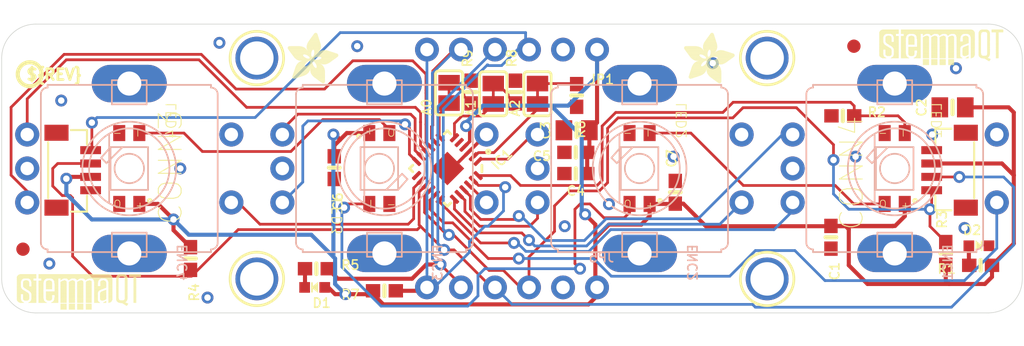
<source format=kicad_pcb>
(kicad_pcb (version 20221018) (generator pcbnew)
  (layers (0 "F.Cu" signal) (31 "B.Cu" signal) (34 "B.Paste" user) (35 "F.Paste" user) (36 "B.SilkS" user "B.Silkscreen") (37 "F.SilkS" user "F.Silkscreen") (38 "B.Mask" user) (39 "F.Mask" user) (44 "Edge.Cuts" user))
  (net 0 "")
  (net 1 "GND")
  (net 2 "NEO_IN")
  (net 3 "SDA")
  (net 4 "SCL")
  (net 5 "INT")
  (net 6 "VCC")
  (net 7 "N$1")
  (net 8 "N$2")
  (net 9 "N$3")
  (net 10 "N$4")
  (net 11 "UPDI")
  (net 12 "ROT3_A")
  (net 13 "ROT3_B")
  (net 14 "ROT2_A")
  (net 15 "ROT2_B")
  (net 16 "ROT2_SW")
  (net 17 "ROT1_A")
  (net 18 "ROT1_B")
  (net 19 "ROT1_SW")
  (net 20 "ROT0_A")
  (net 21 "ROT0_B")
  (net 22 "ROT0_SW")
  (net 23 "ADDR2")
  (net 24 "ADDR1")
  (net 25 "ADDR0")
  (net 26 "ROT3_SW")
  (net 27 "N$5")
  (net 28 "N$6")
  (net 29 "N$7")
  (net 30 "N$8")
  (footprint "Adafruit I2C Quad Rotary Encoder Breakout:0603-NO" (layer "F.Cu") (at 180.8861 111.3536 90)
    (fp_text reference "R3")
    (fp_text value "10K")
  )
  (footprint "Adafruit I2C Quad Rotary Encoder Breakout:PLABEL9" (layer "F.Cu") (at 157.3911 96.1136)
    (fp_text reference "PLABEL9" hide)
    (fp_text value "" hide)
  )
  (footprint "Adafruit I2C Quad Rotary Encoder Breakout:0603-NO" (layer "F.Cu") (at 124.4981 111.7346 -90)
    (fp_text reference "R4")
    (fp_text value "10K")
  )
  (footprint "Adafruit I2C Quad Rotary Encoder Breakout:PLABEL10" (layer "F.Cu") (at 148.6281 97.1931 90)
    (fp_text reference "PLABEL10" hide)
    (fp_text value "" hide)
  )
  (footprint "Adafruit I2C Quad Rotary Encoder Breakout:0805-NO" (layer "F.Cu") (at 153.3271 102.1461 180)
    (fp_text reference "C3")
    (fp_text value "10uF")
  )
  (footprint "Adafruit I2C Quad Rotary Encoder Breakout:0603-NO" (layer "F.Cu") (at 172.3136 110.1471 -90)
    (fp_text reference "C1")
    (fp_text value "1uF")
  )
  (footprint "Adafruit I2C Quad Rotary Encoder Breakout:PLABEL14" (layer "F.Cu") (at 148.1836 101.9556 90)
    (fp_text reference "PLABEL14" hide)
    (fp_text value "" hide)
  )
  (footprint "Adafruit I2C Quad Rotary Encoder Breakout:0603-NO" (layer "F.Cu") (at 173.2026 101.0666)
    (fp_text reference "R2")
    (fp_text value "10K")
  )
  (footprint "Adafruit I2C Quad Rotary Encoder Breakout:0603-NO" (layer "F.Cu") (at 148.7551 99.2886 90)
    (fp_text reference "R8")
    (fp_text value "10K")
  )
  (footprint "Adafruit I2C Quad Rotary Encoder Breakout:PLABEL15" (layer "F.Cu") (at 142.0241 100.3681 90)
    (fp_text reference "PLABEL15" hide)
    (fp_text value "" hide)
  )
  (footprint "Adafruit I2C Quad Rotary Encoder Breakout:QFN24_4MM" (layer "F.Cu") (at 143.6751 105.0036 -135)
    (fp_text reference "IC1")
    (fp_text value "ATTINY8X7-MU")
  )
  (footprint "Adafruit I2C Quad Rotary Encoder Breakout:PLABEL3" (layer "F.Cu") (at 147.1041 112.2426 90)
    (fp_text reference "PLABEL3" hide)
    (fp_text value "" hide)
  )
  (footprint "Adafruit I2C Quad Rotary Encoder Breakout:PLABEL1" (layer "F.Cu") (at 152.3746 112.3696)
    (fp_text reference "PLABEL1" hide)
    (fp_text value "" hide)
  )
  (footprint "Adafruit I2C Quad Rotary Encoder Breakout:0805-NO" (layer "F.Cu") (at 181.3941 100.4316 180)
    (fp_text reference "C2")
    (fp_text value "10uF")
  )
  (footprint "Adafruit I2C Quad Rotary Encoder Breakout:SOLDERJUMPER_CLOSEDWIRE" (layer "F.Cu") (at 150.4061 99.4156 90)
    (fp_text reference "A2")
    (fp_text value "")
  )
  (footprint "Adafruit I2C Quad Rotary Encoder Breakout:MOUNTINGHOLE_2.5_PLATED" (layer "F.Cu") (at 167.5511 96.7486)
    (fp_text reference "U$3" hide)
    (fp_text value "MOUNTINGHOLE2.5" hide)
  )
  (footprint "Adafruit I2C Quad Rotary Encoder Breakout:PLABEL6" (layer "F.Cu") (at 119.1006 95.6056)
    (fp_text reference "PLABEL6" hide)
    (fp_text value "" hide)
  )
  (footprint "Adafruit I2C Quad Rotary Encoder Breakout:PLABEL12" (layer "F.Cu") (at 143.6751 97.1296 90)
    (fp_text reference "PLABEL12" hide)
    (fp_text value "" hide)
  )
  (footprint "Adafruit I2C Quad Rotary Encoder Breakout:JST_SH4_RA" (layer "F.Cu") (at 116.1161 105.1306 -90)
    (fp_text reference "CONN3")
    (fp_text value "STEMMA_I2C_QTRA" hide)
  )
  (footprint "Adafruit I2C Quad Rotary Encoder Breakout:FIDUCIAL_1MM" (layer "F.Cu") (at 174.0281 95.8596)
    (fp_text reference "FID1" hide)
    (fp_text value "FIDUCIAL_1MM" hide)
  )
  (footprint "Adafruit I2C Quad Rotary Encoder Breakout:MOUNTINGHOLE_2.5_PLATED" (layer "F.Cu") (at 129.4511 96.7486)
    (fp_text reference "U$17" hide)
    (fp_text value "MOUNTINGHOLE2.5" hide)
  )
  (footprint "Adafruit I2C Quad Rotary Encoder Breakout:PLABEL8" (layer "F.Cu") (at 152.4381 97.4471)
    (fp_text reference "PLABEL8" hide)
    (fp_text value "" hide)
  )
  (footprint "Adafruit I2C Quad Rotary Encoder Breakout:SOLDERJUMPER_CLOSEDWIRE" (layer "F.Cu") (at 147.1041 99.4156 90)
    (fp_text reference "A1")
    (fp_text value "")
  )
  (footprint "Adafruit I2C Quad Rotary Encoder Breakout:MOUNTINGHOLE_2.5_PLATED" (layer "F.Cu") (at 167.5511 113.2586)
    (fp_text reference "U$19" hide)
    (fp_text value "MOUNTINGHOLE2.5" hide)
  )
  (footprint "Adafruit I2C Quad Rotary Encoder Breakout:0603-NO" (layer "F.Cu") (at 183.4896 112.2426 180)
    (fp_text reference "R1")
    (fp_text value "10K")
  )
  (footprint "Adafruit I2C Quad Rotary Encoder Breakout:0603-NO" (layer "F.Cu") (at 153.3271 99.5426 -90)
    (fp_text reference "R6")
    (fp_text value "10K")
  )
  (footprint "Adafruit I2C Quad Rotary Encoder Breakout:PLABEL13" (layer "F.Cu") (at 152.1206 99.2886 90)
    (fp_text reference "PLABEL13" hide)
    (fp_text value "" hide)
  )
  (footprint "Adafruit I2C Quad Rotary Encoder Breakout:MOUNTINGHOLE_2.5_PLATED" (layer "F.Cu") (at 129.4511 113.2586)
    (fp_text reference "U$21" hide)
    (fp_text value "MOUNTINGHOLE2.5" hide)
  )
  (footprint "Adafruit I2C Quad Rotary Encoder Breakout:0603-NO" (layer "F.Cu") (at 153.2636 103.7971 180)
    (fp_text reference "C5")
    (fp_text value "1uF")
  )
  (footprint "Adafruit I2C Quad Rotary Encoder Breakout:ADAFRUIT_3.5MM" (layer "F.Cu") (at 131.7371 98.6536)
    (fp_text reference "U$2" hide)
    (fp_text value "" hide)
  )
  (footprint "Adafruit I2C Quad Rotary Encoder Breakout:0603-NO" (layer "F.Cu") (at 135.2296 104.9401 -90)
    (fp_text reference "C6")
    (fp_text value "1uF")
  )
  (footprint "Adafruit I2C Quad Rotary Encoder Breakout:SOLDERJUMPER_CLOSEDWIRE" (layer "F.Cu") (at 143.8021 99.3521 90)
    (fp_text reference "A0")
    (fp_text value "")
  )
  (footprint "Adafruit I2C Quad Rotary Encoder Breakout:PLABEL11" (layer "F.Cu") (at 146.0881 97.1296 90)
    (fp_text reference "PLABEL11" hide)
    (fp_text value "" hide)
  )
  (footprint "Adafruit I2C Quad Rotary Encoder Breakout:STEMMAQT" (layer "F.Cu") (at 111.5441 115.5446)
    (fp_text reference "U$30" hide)
    (fp_text value "" hide)
  )
  (footprint "Adafruit I2C Quad Rotary Encoder Breakout:PLABEL7" (layer "F.Cu") (at 119.1006 100.6856)
    (fp_text reference "PLABEL7" hide)
    (fp_text value "" hide)
  )
  (footprint "Adafruit I2C Quad Rotary Encoder Breakout:STEMMAQT" (layer "F.Cu") (at 175.9331 97.2566)
    (fp_text reference "U$31" hide)
    (fp_text value "" hide)
  )
  (footprint "Adafruit I2C Quad Rotary Encoder Breakout:PLABEL5" (layer "F.Cu") (at 182.5371 114.0206)
    (fp_text reference "PLABEL5" hide)
    (fp_text value "" hide)
  )
  (footprint "Adafruit I2C Quad Rotary Encoder Breakout:1X06_ROUND_70" (layer "F.Cu") (at 148.5011 96.1136 180)
    (fp_text reference "JP1")
    (fp_text value "")
  )
  (footprint "Adafruit I2C Quad Rotary Encoder Breakout:0603-NO" (layer "F.Cu") (at 160.6931 106.7816 90)
    (fp_text reference "C7")
    (fp_text value "1uF")
  )
  (footprint "Adafruit I2C Quad Rotary Encoder Breakout:0603-NO" (layer "F.Cu") (at 153.2636 105.3846 180)
    (fp_text reference "C4")
    (fp_text value "0.1uF")
  )
  (footprint "Adafruit I2C Quad Rotary Encoder Breakout:PLABEL4" (layer "F.Cu") (at 144.8181 112.3061)
    (fp_text reference "PLABEL4" hide)
    (fp_text value "" hide)
  )
  (footprint "Adafruit I2C Quad Rotary Encoder Breakout:PLABEL2" (layer "F.Cu") (at 149.7711 112.2426 90)
    (fp_text reference "PLABEL2" hide)
    (fp_text value "" hide)
  )
  (footprint "Adafruit I2C Quad Rotary Encoder Breakout:PLABEL0" (layer "F.Cu") (at 154.5971 111.6076 90)
    (fp_text reference "PLABEL0" hide)
    (fp_text value "" hide)
  )
  (footprint "Adafruit I2C Quad Rotary Encoder Breakout:FIDUCIAL_1MM" (layer "F.Cu") (at 111.9886 111.0361)
    (fp_text reference "FID2" hide)
    (fp_text value "FIDUCIAL_1MM" hide)
  )
  (footprint "Adafruit I2C Quad Rotary Encoder Breakout:JST_SH4_RA" (layer "F.Cu") (at 180.7591 105.1306 90)
    (fp_text reference "CONN4")
    (fp_text value "STEMMA_I2C_QTRA" hide)
  )
  (footprint "Adafruit I2C Quad Rotary Encoder Breakout:CHIPLED_0603_NOOUTLINE" (layer "F.Cu") (at 183.3626 110.7821 -90)
    (fp_text reference "D2")
    (fp_text value "GREEN")
  )
  (footprint "Adafruit I2C Quad Rotary Encoder Breakout:PCBFEAT-REV-040" (layer "F.Cu") (at 112.4966 97.9551)
    (fp_text reference "U$25" hide)
    (fp_text value "" hide)
  )
  (footprint "Adafruit I2C Quad Rotary Encoder Breakout:ADAFRUIT_3.5MM" (layer "F.Cu") (at 161.3281 98.6536)
    (fp_text reference "U$9" hide)
    (fp_text value "" hide)
  )
  (footprint "Adafruit I2C Quad Rotary Encoder Breakout:CHIPLED_0603_NOOUTLINE" (layer "F.Cu") (at 133.7691 113.8936 90)
    (fp_text reference "D1")
    (fp_text value "RED")
  )
  (footprint "Adafruit I2C Quad Rotary Encoder Breakout:0603-NO" (layer "F.Cu") (at 133.8961 112.4966)
    (fp_text reference "R5")
    (fp_text value "10K")
  )
  (footprint "Adafruit I2C Quad Rotary Encoder Breakout:PLABEL16" (layer "F.Cu") (at 134.0231 114.9731)
    (fp_text reference "PLABEL16" hide)
    (fp_text value "" hide)
  )
  (footprint "Adafruit I2C Quad Rotary Encoder Breakout:0603-NO" (layer "F.Cu") (at 145.4531 99.2886 90)
    (fp_text reference "R9")
    (fp_text value "10K")
  )
  (footprint "Adafruit I2C Quad Rotary Encoder Breakout:0603-NO" (layer "F.Cu") (at 138.9761 114.1476 180)
    (fp_text reference "R7")
    (fp_text value "10K")
  )
  (footprint "Adafruit I2C Quad Rotary Encoder Breakout:PLABEL23" (layer "B.Cu") (at 152.1206 112.3696 180)
    (fp_text reference "PLABEL23" hide)
    (fp_text value "" hide)
  )
  (footprint "Adafruit I2C Quad Rotary Encoder Breakout:PLABEL22" (layer "B.Cu") (at 154.0891 112.3696 180)
    (fp_text reference "PLABEL22" hide)
    (fp_text value "" hide)
  )
  (footprint "Adafruit I2C Quad Rotary Encoder Breakout:PLABEL30" (layer "B.Cu") (at 119.7991 114.1476 180)
    (fp_text reference "PLABEL30" hide)
    (fp_text value "" hide)
  )
  (footprint "Adafruit I2C Quad Rotary Encoder Breakout:PLABEL29" (layer "B.Cu") (at 138.8491 114.0206 180)
    (fp_text reference "PLABEL29" hide)
    (fp_text value "" hide)
  )
  (footprint "Adafruit I2C Quad Rotary Encoder Breakout:PLABEL20" (layer "B.Cu") (at 146.9771 97.6376 180)
    (fp_text reference "PLABEL20" hide)
    (fp_text value "" hide)
  )
  (footprint "Adafruit I2C Quad Rotary Encoder Breakout:PEC11+SWITCH" (layer "B.Cu") (at 158.0261 105.0036 90)
    (fp_text reference "ENC2")
    (fp_text value "")
  )
  (footprint "Adafruit I2C Quad Rotary Encoder Breakout:PLABEL17" (layer "B.Cu") (at 154.2161 97.7646 180)
    (fp_text reference "PLABEL17" hide)
    (fp_text value "" hide)
  )
  (footprint "Adafruit I2C Quad Rotary Encoder Breakout:PLABEL24" (layer "B.Cu") (at 149.7711 112.2426 90)
    (fp_text reference "PLABEL24" hide)
    (fp_text value "" hide)
  )
  (footprint "Adafruit I2C Quad Rotary Encoder Breakout:PLABEL25" (layer "B.Cu") (at 147.3581 112.2426 90)
    (fp_text reference "PLABEL25" hide)
    (fp_text value "" hide)
  )
  (footprint "Adafruit I2C Quad Rotary Encoder Breakout:PLABEL31" (layer "B.Cu") (at 176.8221 95.7326 180)
    (fp_text reference "PLABEL31" hide)
    (fp_text value "" hide)
  )
  (footprint "Adafruit I2C Quad Rotary Encoder Breakout:NEO3535_REVERSE" (layer "B.Cu") (at 138.5951 105.0036 90)
    (fp_text reference "LED3")
    (fp_text value "WS2812B_SK6812E" hide)
  )
  (footprint "Adafruit I2C Quad Rotary Encoder Breakout:NEO3535_REVERSE" (layer "B.Cu") (at 177.0761 105.0036 -90)
    (fp_text reference "LED1")
    (fp_text value "WS2812B_SK6812E" hide)
  )
  (footprint "Adafruit I2C Quad Rotary Encoder Breakout:NEO3535_REVERSE" (layer "B.Cu") (at 158.0261 105.0036 -90)
    (fp_text reference "LED2")
    (fp_text value "WS2812B_SK6812E" hide)
  )
  (footprint "Adafruit I2C Quad Rotary Encoder Breakout:PEC11+SWITCH" (layer "B.Cu") (at 138.9761 105.0036 90)
    (fp_text reference "ENC3")
    (fp_text value "")
  )
  (footprint "Adafruit I2C Quad Rotary Encoder Breakout:PLABEL19" (layer "B.Cu") (at 149.6441 97.7646 180)
    (fp_text reference "PLABEL19" hide)
    (fp_text value "" hide)
  )
  (footprint "Adafruit I2C Quad Rotary Encoder Breakout:PLABEL32" (layer "B.Cu") (at 119.4181 95.9866 180)
    (fp_text reference "PLABEL32" hide)
    (fp_text value "" hide)
  )
  (footprint "Adafruit I2C Quad Rotary Encoder Breakout:NEO3535_REVERSE" (layer "B.Cu") (at 119.9261 105.0036 -90)
    (fp_text reference "LED4")
    (fp_text value "WS2812B_SK6812E" hide)
  )
  (footprint "Adafruit I2C Quad Rotary Encoder Breakout:PLABEL26" (layer "B.Cu") (at 144.5641 112.3061 180)
    (fp_text reference "PLABEL26" hide)
    (fp_text value "" hide)
  )
  (footprint "Adafruit I2C Quad Rotary Encoder Breakout:PLABEL21" (layer "B.Cu") (at 144.3101 97.7011 180)
    (fp_text reference "PLABEL21" hide)
    (fp_text value "" hide)
  )
  (footprint "Adafruit I2C Quad Rotary Encoder Breakout:PLABEL27" (layer "B.Cu") (at 176.9491 114.1476 180)
    (fp_text reference "PLABEL27" hide)
    (fp_text value "" hide)
  )
  (footprint "Adafruit I2C Quad Rotary Encoder Breakout:1X06_ROUND_70" (layer "B.Cu") (at 148.5011 113.8936 180)
    (fp_text reference "JP5")
    (fp_text value "")
  )
  (footprint "Adafruit I2C Quad Rotary Encoder Breakout:PEC11+SWITCH" (layer "B.Cu") (at 177.0761 105.0036 90)
    (fp_text reference "ENC1")
    (fp_text value "")
  )
  (footprint "Adafruit I2C Quad Rotary Encoder Breakout:PLABEL28" (layer "B.Cu") (at 158.0261 114.1476 180)
    (fp_text reference "PLABEL28" hide)
    (fp_text value "" hide)
  )
  (footprint "Adafruit I2C Quad Rotary Encoder Breakout:PLABEL18" (layer "B.Cu") (at 152.2476 97.6376 180)
    (fp_text reference "PLABEL18" hide)
    (fp_text value "" hide)
  )
  (footprint "Adafruit I2C Quad Rotary Encoder Breakout:PEC11+SWITCH" (layer "B.Cu") (at 119.9261 105.0036 90)
    (fp_text reference "ENC4")
    (fp_text value "")
  )
  (gr_line (start 186.6011 96.7486) (end 186.6011 113.2586) (stroke (width 0.05)) (layer "Edge.Cuts"))
  (gr_arc (start 112.9411 115.7986) (mid 111.145049 115.054651) (end 110.4011 113.2586) (stroke (width 0.05)) (layer "Edge.Cuts"))
  (gr_line (start 110.4011 113.2586) (end 110.4011 96.7486) (stroke (width 0.05)) (layer "Edge.Cuts"))
  (gr_arc (start 186.6011 113.2586) (mid 185.857151 115.054651) (end 184.0611 115.7986) (stroke (width 0.05)) (layer "Edge.Cuts"))
  (gr_arc (start 110.4011 96.7486) (mid 111.145049 94.952549) (end 112.9411 94.2086) (stroke (width 0.05)) (layer "Edge.Cuts"))
  (gr_line (start 184.0611 115.7986) (end 112.9411 115.7986) (stroke (width 0.05)) (layer "Edge.Cuts"))
  (gr_arc (start 184.0611 94.2086) (mid 185.857151 94.952549) (end 186.6011 96.7486) (stroke (width 0.05)) (layer "Edge.Cuts"))
  (gr_line (start 112.9411 94.2086) (end 184.0611 94.2086) (stroke (width 0.05)) (layer "Edge.Cuts"))
  (segment (start 144.028657 105.0036) (end 143.6751 105.0036) (width 0.3048) (layer "F.Cu") (net 1))
  (segment (start 145.266091 103.766166) (end 144.028657 105.0036) (width 0.254) (layer "F.Cu") (net 1))
  (segment (start 146.568657 102.4636) (end 146.5961 102.4636) (width 0.3048) (layer "F.Cu") (net 1))
  (segment (start 145.266091 103.766166) (end 146.568657 102.4636) (width 0.254) (layer "F.Cu") (net 1))
  (via (at 136.9441 95.8596) (size 0.889) (drill 0.4826) (layers "F.Cu" "B.Cu") (net 1))
  (via (at 113.9571 112.1156) (size 0.889) (drill 0.4826) (layers "F.Cu" "B.Cu") (net 1))
  (via (at 163.4871 97.1296) (size 0.889) (drill 0.4826) (layers "F.Cu" "B.Cu") (net 1))
  (via (at 160.5661 104.1146) (size 0.889) (drill 0.4826) (layers "F.Cu" "B.Cu") (net 1))
  (via (at 114.8461 99.9236) (size 0.889) (drill 0.4826) (layers "F.Cu" "B.Cu") (net 1))
  (via (at 155.7401 107.6706) (size 0.889) (drill 0.4826) (layers "F.Cu" "B.Cu") (net 1))
  (via (at 182.2831 109.4486) (size 0.889) (drill 0.4826) (layers "F.Cu" "B.Cu") (net 1))
  (via (at 152.4381 109.3216) (size 0.889) (drill 0.4826) (layers "F.Cu" "B.Cu") (net 1))
  (via (at 125.7681 114.6556) (size 0.889) (drill 0.4826) (layers "F.Cu" "B.Cu") (net 1))
  (via (at 123.7361 105.0036) (size 0.889) (drill 0.4826) (layers "F.Cu" "B.Cu") (net 1))
  (via (at 126.6571 95.6056) (size 0.889) (drill 0.4826) (layers "F.Cu" "B.Cu") (net 1))
  (via (at 181.6481 97.5106) (size 0.889) (drill 0.4826) (layers "F.Cu" "B.Cu") (net 1))
  (via (at 174.1551 104.1146) (size 0.889) (drill 0.4826) (layers "F.Cu" "B.Cu") (net 1))
  (via (at 179.8701 102.4636) (size 0.889) (drill 0.4826) (layers "F.Cu" "B.Cu") (net 1))
  (segment (start 145.9732 105.533928) (end 148.396429 105.533928) (width 0.2032) (layer "F.Cu") (net 2))
  (segment (start 156.2481 100.8126) (end 164.2491 100.8126) (width 0.2032) (layer "F.Cu") (net 2))
  (segment (start 177.8261 101.5626) (end 177.8261 102.3536) (width 0.2032) (layer "F.Cu") (net 2))
  (segment (start 154.8511 106.2736) (end 155.2321 105.8926) (width 0.2032) (layer "F.Cu") (net 2))
  (segment (start 177.3301 101.0666) (end 174.0526 101.0666) (width 0.2032) (layer "F.Cu") (net 2))
  (segment (start 155.2321 101.8286) (end 156.2481 100.8126) (width 0.2032) (layer "F.Cu") (net 2))
  (segment (start 148.396429 105.533928) (end 149.1361 106.2736) (width 0.2032) (layer "F.Cu") (net 2))
  (segment (start 173.7741 100.0506) (end 174.0526 100.3291) (width 0.2032) (layer "F.Cu") (net 2))
  (segment (start 149.1361 106.2736) (end 154.8511 106.2736) (width 0.2032) (layer "F.Cu") (net 2))
  (segment (start 174.0526 100.3291) (end 174.0526 101.0666) (width 0.2032) (layer "F.Cu") (net 2))
  (segment (start 155.2321 105.8926) (end 155.2321 101.8286) (width 0.2032) (layer "F.Cu") (net 2))
  (segment (start 164.2491 100.8126) (end 165.0111 100.0506) (width 0.2032) (layer "F.Cu") (net 2))
  (segment (start 177.8261 101.5626) (end 177.3301 101.0666) (width 0.2032) (layer "F.Cu") (net 2))
  (segment (start 165.0111 100.0506) (end 173.7741 100.0506) (width 0.2032) (layer "F.Cu") (net 2))
  (segment (start 147.2311 113.8936) (end 146.9771 113.8936) (width 0.2032) (layer "F.Cu") (net 3))
  (segment (start 141.5669 106.758246) (end 141.5669 109.222337) (width 0.2032) (layer "F.Cu") (net 3))
  (segment (start 114.2111 106.317275) (end 114.919625 107.0258) (width 0.2032) (layer "F.Cu") (net 3))
  (segment (start 179.8431 105.6386) (end 179.8351 105.6306) (width 0.2032) (layer "F.Cu") (net 3))
  (segment (start 141.430438 109.5756) (end 141.6753 109.330737) (width 0.2032) (layer "F.Cu") (net 3))
  (segment (start 124.4981 112.5846) (end 124.4981 113.0584) (width 0.2032) (layer "F.Cu") (net 3))
  (segment (start 115.6967 107.20435) (end 115.6967 111.5692) (width 0.2032) (layer "F.Cu") (net 3))
  (segment (start 143.4338 111.089237) (end 144.172738 111.089237) (width 0.2032) (layer "F.Cu") (net 3))
  (segment (start 181.9021 105.6386) (end 179.8431 105.6386) (width 0.2032) (layer "F.Cu") (net 3))
  (segment (start 128.0541 109.5756) (end 141.430438 109.5756) (width 0.2032) (layer "F.Cu") (net 3))
  (segment (start 114.5841 104.6306) (end 114.2111 105.0036) (width 0.2032) (layer "F.Cu") (net 3))
  (segment (start 141.6753 109.330737) (end 143.4338 111.089237) (width 0.2032) (layer "F.Cu") (net 3))
  (segment (start 117.0401 104.6306) (end 114.5841 104.6306) (width 0.2032) (layer "F.Cu") (net 3))
  (segment (start 142.084113 106.241034) (end 141.5669 106.758246) (width 0.2032) (layer "F.Cu") (net 3))
  (segment (start 141.5669 109.222337) (end 141.6753 109.330737) (width 0.2032) (layer "F.Cu") (net 3))
  (segment (start 117.1859 113.0584) (end 124.4981 113.0584) (width 0.2032) (layer "F.Cu") (net 3))
  (segment (start 124.5713 113.0584) (end 128.0541 109.5756) (width 0.2032) (layer "F.Cu") (net 3))
  (segment (start 124.4981 113.0584) (end 124.5713 113.0584) (width 0.2032) (layer "F.Cu") (net 3))
  (segment (start 114.2111 105.0036) (end 114.2111 106.317275) (width 0.2032) (layer "F.Cu") (net 3))
  (segment (start 146.9771 113.8936) (end 144.172738 111.089237) (width 0.2032) (layer "F.Cu") (net 3))
  (segment (start 115.51815 107.0258) (end 115.6967 107.20435) (width 0.2032) (layer "F.Cu") (net 3))
  (segment (start 114.919625 107.0258) (end 115.51815 107.0258) (width 0.2032) (layer "F.Cu") (net 3))
  (segment (start 115.6967 111.5692) (end 117.1859 113.0584) (width 0.2032) (layer "F.Cu") (net 3))
  (via (at 143.4338 111.089237) (size 0.889) (drill 0.4826) (layers "F.Cu" "B.Cu") (net 3))
  (via (at 181.9021 105.6386) (size 0.889) (drill 0.4826) (layers "F.Cu" "B.Cu") (net 3))
  (segment (start 147.2311 96.1136) (end 142.9639 100.3808) (width 0.2032) (layer "B.Cu") (net 3))
  (segment (start 166.673956 115.3762) (end 181.3085 115.3762) (width 0.2032) (layer "B.Cu") (net 3))
  (segment (start 181.3085 115.3762) (end 185.9661 110.7186) (width 0.2032) (layer "B.Cu") (net 3))
  (segment (start 142.9639 100.3808) (end 142.9639 110.619337) (width 0.2032) (layer "B.Cu") (net 3))
  (segment (start 166.461356 115.1636) (end 166.673956 115.3762) (width 0.2032) (layer "B.Cu") (net 3))
  (segment (start 147.2311 113.8936) (end 148.5011 115.1636) (width 0.2032) (layer "B.Cu") (net 3))
  (segment (start 143.4338 111.089237) (end 142.9639 110.619337) (width 0.2032) (layer "B.Cu") (net 3))
  (segment (start 185.9661 110.7186) (end 185.9661 106.4006) (width 0.2032) (layer "B.Cu") (net 3))
  (segment (start 185.9661 106.4006) (end 185.2041 105.6386) (width 0.2032) (layer "B.Cu") (net 3))
  (segment (start 148.5011 115.1636) (end 166.461356 115.1636) (width 0.2032) (layer "B.Cu") (net 3))
  (segment (start 185.2041 105.6386) (end 181.9021 105.6386) (width 0.2032) (layer "B.Cu") (net 3))
  (segment (start 117.1321 101.5746) (end 117.1321 103.5386) (width 0.2032) (layer "F.Cu") (net 4))
  (segment (start 179.8351 106.6306) (end 179.8351 107.9246) (width 0.2032) (layer "F.Cu") (net 4))
  (segment (start 156.416437 101.219) (end 164.9857 101.219) (width 0.2032) (layer "F.Cu") (net 4))
  (segment (start 141.9733 108.292) (end 143.604532 109.923231) (width 0.2032) (layer "F.Cu") (net 4))
  (segment (start 141.9733 107.058953) (end 142.437666 106.594587) (width 0.2032) (layer "F.Cu") (net 4))
  (segment (start 117.1321 103.5386) (end 117.0401 103.6306) (width 0.2032) (layer "F.Cu") (net 4))
  (segment (start 144.089469 109.923231) (end 146.789838 112.6236) (width 0.2032) (layer "F.Cu") (net 4))
  (segment (start 143.604532 109.923231) (end 144.089469 109.923231) (width 0.2032) (layer "F.Cu") (net 4))
  (segment (start 155.6385 101.996938) (end 156.416437 101.219) (width 0.2032) (layer "F.Cu") (net 4))
  (segment (start 155.6385 106.060937) (end 155.6385 101.996938) (width 0.2032) (layer "F.Cu") (net 4))
  (segment (start 151.6761 107.7976) (end 152.7937 106.68) (width 0.2032) (layer "F.Cu") (net 4))
  (segment (start 169.7355 100.457) (end 172.5041 103.2256) (width 0.2032) (layer "F.Cu") (net 4))
  (segment (start 151.6761 109.7026) (end 151.6761 107.7976) (width 0.2032) (layer "F.Cu") (net 4))
  (segment (start 179.7081 109.3256) (end 179.7081 108.0516) (width 0.2032) (layer "F.Cu") (net 4))
  (segment (start 141.9733 108.292) (end 141.9733 107.058953) (width 0.2032) (layer "F.Cu") (net 4))
  (segment (start 180.8861 110.5036) (end 179.7081 109.3256) (width 0.2032) (layer "F.Cu") (net 4))
  (segment (start 179.7081 108.0516) (end 179.8351 107.9246) (width 0.2032) (layer "F.Cu") (net 4))
  (segment (start 147.8661 112.6236) (end 146.789838 112.6236) (width 0.2032) (layer "F.Cu") (net 4))
  (segment (start 143.649738 109.968437) (end 143.604532 109.923231) (width 0.2032) (layer "F.Cu") (net 4))
  (segment (start 164.9857 101.219) (end 165.7477 100.457) (width 0.2032) (layer "F.Cu") (net 4))
  (segment (start 149.1361 113.8936) (end 147.8661 112.6236) (width 0.2032) (layer "F.Cu") (net 4))
  (segment (start 151.6761 109.7026) (end 149.7711 111.6076) (width 0.2032) (layer "F.Cu") (net 4))
  (segment (start 152.7937 106.68) (end 155.019437 106.68) (width 0.2032) (layer "F.Cu") (net 4))
  (segment (start 172.5041 103.2256) (end 172.5041 104.3686) (width 0.2032) (layer "F.Cu") (net 4))
  (segment (start 143.790263 109.968437) (end 143.649738 109.968437) (width 0.2032) (layer "F.Cu") (net 4))
  (segment (start 149.1361 113.8936) (end 149.7711 113.8936) (width 0.2032) (layer "F.Cu") (net 4))
  (segment (start 165.7477 100.457) (end 169.7355 100.457) (width 0.2032) (layer "F.Cu") (net 4))
  (segment (start 155.019437 106.68) (end 155.6385 106.060937) (width 0.2032) (layer "F.Cu") (net 4))
  (segment (start 149.7711 113.8936) (end 149.7711 111.6076) (width 0.2032) (layer "F.Cu") (net 4))
  (via (at 117.1321 101.5746) (size 0.889) (drill 0.4826) (layers "F.Cu" "B.Cu") (net 4))
  (via (at 179.7081 108.0516) (size 0.889) (drill 0.4826) (layers "F.Cu" "B.Cu") (net 4))
  (via (at 143.790263 109.968437) (size 0.889) (drill 0.4826) (layers "F.Cu" "B.Cu") (net 4))
  (via (at 172.5041 104.3686) (size 0.889) (drill 0.4826) (layers "F.Cu" "B.Cu") (net 4))
  (segment (start 143.3703 109.548475) (end 143.3703 100.549138) (width 0.2032) (layer "B.Cu") (net 4))
  (segment (start 149.5171 94.8436) (end 149.5171 96.1136) (width 0.2032) (layer "B.Cu") (net 4))
  (segment (start 117.5131 101.1936) (end 129.3241 101.1936) (width 0.2032) (layer "B.Cu") (net 4))
  (segment (start 149.5171 96.1136) (end 149.7711 96.1136) (width 0.2032) (layer "B.Cu") (net 4))
  (segment (start 129.3241 101.1936) (end 135.6741 94.8436) (width 0.2032) (layer "B.Cu") (net 4))
  (segment (start 135.6741 94.8436) (end 149.5171 94.8436) (width 0.2032) (layer "B.Cu") (net 4))
  (segment (start 172.5041 104.3686) (end 172.5041 106.9086) (width 0.2032) (layer "B.Cu") (net 4))
  (segment (start 173.6471 108.0516) (end 179.7081 108.0516) (width 0.2032) (layer "B.Cu") (net 4))
  (segment (start 148.919393 96.1136) (end 149.5171 96.1136) (width 0.2032) (layer "B.Cu") (net 4))
  (segment (start 147.725594 97.3074) (end 148.919393 96.1136) (width 0.2032) (layer "B.Cu") (net 4))
  (segment (start 143.790263 109.968437) (end 143.3703 109.548475) (width 0.2032) (layer "B.Cu") (net 4))
  (segment (start 146.674322 97.245116) (end 146.736607 97.3074) (width 0.2032) (layer "B.Cu") (net 4))
  (segment (start 146.736607 97.3074) (end 147.725594 97.3074) (width 0.2032) (layer "B.Cu") (net 4))
  (segment (start 117.1321 101.5746) (end 117.5131 101.1936) (width 0.2032) (layer "B.Cu") (net 4))
  (segment (start 172.5041 106.9086) (end 173.6471 108.0516) (width 0.2032) (layer "B.Cu") (net 4))
  (segment (start 143.3703 100.549138) (end 146.674322 97.245116) (width 0.2032) (layer "B.Cu") (net 4))
  (segment (start 142.487132 102.754972) (end 142.791219 103.05906) (width 0.2032) (layer "F.Cu") (net 5))
  (segment (start 144.6911 113.705437) (end 144.6911 113.8936) (width 0.2032) (layer "F.Cu") (net 5))
  (segment (start 135.4961 113.2466) (end 141.037969 113.2466) (width 0.3048) (layer "F.Cu") (net 5))
  (segment (start 142.5889 97.7078) (end 142.5889 101.7718) (width 0.2032) (layer "F.Cu") (net 5))
  (segment (start 144.1831 96.1136) (end 142.5889 97.7078) (width 0.2032) (layer "F.Cu") (net 5))
  (segment (start 142.487132 101.873569) (end 142.487132 102.754972) (width 0.2032) (layer "F.Cu") (net 5))
  (segment (start 144.1831 96.1136) (end 144.6911 96.1136) (width 0.2032) (layer "F.Cu") (net 5))
  (segment (start 141.037969 113.2466) (end 142.103132 112.181437) (width 0.3048) (layer "F.Cu") (net 5))
  (segment (start 134.7461 112.4966) (end 135.4961 113.2466) (width 0.3048) (layer "F.Cu") (net 5))
  (segment (start 142.5889 101.7718) (end 142.487132 101.873569) (width 0.2032) (layer "F.Cu") (net 5))
  (segment (start 143.1671 112.181437) (end 144.6911 113.705437) (width 0.2032) (layer "F.Cu") (net 5))
  (segment (start 142.103132 112.181437) (end 143.1671 112.181437) (width 0.3048) (layer "F.Cu") (net 5))
  (via (at 143.1671 112.181437) (size 0.889) (drill 0.4826) (layers "F.Cu" "B.Cu") (net 5))
  (segment (start 142.5575 97.8662) (end 142.5575 111.76) (width 0.2032) (layer "B.Cu") (net 5))
  (segment (start 142.978938 112.181437) (end 143.1671 112.181437) (width 0.2032) (layer "B.Cu") (net 5))
  (segment (start 144.3101 96.1136) (end 142.5575 97.8662) (width 0.2032) (layer "B.Cu") (net 5))
  (segment (start 144.6911 96.1136) (end 144.3101 96.1136) (width 0.2032) (layer "B.Cu") (net 5))
  (segment (start 142.5575 111.76) (end 142.978938 112.181437) (width 0.2032) (layer "B.Cu") (net 5))
  (segment (start 138.1261 114.1476) (end 138.1261 114.3626) (width 0.3048) (layer "F.Cu") (net 6))
  (segment (start 153.9621 108.4326) (end 154.7241 109.1946) (width 0.3048) (layer "F.Cu") (net 6))
  (segment (start 185.5851 100.4316) (end 185.9661 100.8126) (width 0.3048) (layer "F.Cu") (net 6))
  (segment (start 154.8511 96.1136) (end 154.8511 101.5721) (width 0.3048) (layer "F.Cu") (net 6))
  (segment (start 144.912538 103.412613) (end 145.3405 102.98465) (width 0.254) (layer "F.Cu") (net 6))
  (segment (start 154.1136 103.7971) (end 154.2771 103.7971) (width 0.3048) (layer "F.Cu") (net 6))
  (segment (start 115.3621 105.6306) (end 117.0401 105.6306) (width 0.3048) (layer "F.Cu") (net 6))
  (segment (start 154.1136 103.7971) (end 154.1136 105.3846) (width 0.3048) (layer "F.Cu") (net 6))
  (segment (start 115.2271 105.7656) (end 115.3621 105.6306) (width 0.3048) (layer "F.Cu") (net 6))
  (segment (start 158.1531 109.1946) (end 158.7761 108.5716) (width 0.3048) (layer "F.Cu") (net 6))
  (segment (start 154.2771 102.1461) (end 154.8511 101.5721) (width 0.3048) (layer "F.Cu") (net 6))
  (segment (start 154.7241 110.2106) (end 155.7401 109.1946) (width 0.3048) (layer "F.Cu") (net 6))
  (segment (start 137.8451 102.3536) (end 136.1651 102.3536) (width 0.3048) (layer "F.Cu") (net 6))
  (segment (start 135.6741 102.8446) (end 135.2296 103.2891) (width 0.3048) (layer "F.Cu") (net 6))
  (segment (start 173.3931 109.2971) (end 173.6471 109.5511) (width 0.3048) (layer "F.Cu") (net 6))
  (segment (start 158.7761 108.5716) (end 158.7761 107.6536) (width 0.3048) (layer "F.Cu") (net 6))
  (segment (start 158.7761 107.6536) (end 160.6711 107.6536) (width 0.3048) (layer "F.Cu") (net 6))
  (segment (start 185.9661 100.8126) (end 185.9661 105.5116) (width 0.3048) (layer "F.Cu") (net 6))
  (segment (start 173.6471 112.2426) (end 175.0441 113.6396) (width 0.3048) (layer "F.Cu") (net 6))
  (segment (start 185.0851 104.6306) (end 185.9661 105.5116) (width 0.3048) (layer "F.Cu") (net 6))
  (segment (start 154.8511 114.5286) (end 154.8511 113.8936) (width 0.3048) (layer "F.Cu") (net 6))
  (segment (start 183.8071 113.6396) (end 184.3396 113.1071) (width 0.3048) (layer "F.Cu") (net 6))
  (segment (start 145.3405 102.98465) (end 145.3405 101.8286) (width 0.254) (layer "F.Cu") (net 6))
  (segment (start 124.4981 110.8846) (end 123.2281 109.6146) (width 0.3048) (layer "F.Cu") (net 6))
  (segment (start 172.3136 109.2971) (end 173.3931 109.2971) (width 0.3048) (layer "F.Cu") (net 6))
  (segment (start 179.8351 104.6306) (end 185.0851 104.6306) (width 0.3048) (layer "F.Cu") (net 6))
  (segment (start 145.3405 101.8286) (end 145.0721 101.8286) (width 0.3048) (layer "F.Cu") (net 6))
  (segment (start 180.8861 113.3856) (end 181.1401 113.6396) (width 0.3048) (layer "F.Cu") (net 6))
  (segment (start 122.0681 107.6536) (end 120.6761 107.6536) (width 0.3048) (layer "F.Cu") (net 6))
  (segment (start 182.3441 100.4316) (end 185.5851 100.4316) (width 0.3048) (layer "F.Cu") (net 6))
  (segment (start 177.1006 109.2971) (end 177.8261 108.5716) (width 0.3048) (layer "F.Cu") (net 6))
  (segment (start 136.1651 102.3536) (end 135.6741 102.8446) (width 0.3048) (layer "F.Cu") (net 6))
  (segment (start 185.9661 110.6161) (end 184.3396 112.2426) (width 0.3048) (layer "F.Cu") (net 6))
  (segment (start 138.0871 114.4016) (end 136.0551 114.4016) (width 0.3048) (layer "F.Cu") (net 6))
  (segment (start 154.8511 113.8936) (end 154.7241 113.7666) (width 0.3048) (layer "F.Cu") (net 6))
  (segment (start 135.2296 103.2891) (end 135.2296 104.0901) (width 0.3048) (layer "F.Cu") (net 6))
  (segment (start 154.7241 109.1946) (end 154.7241 110.2106) (width 0.3048) (layer "F.Cu") (net 6))
  (segment (start 138.8881 115.1636) (end 138.1261 114.4016) (width 0.3048) (layer "F.Cu") (net 6))
  (segment (start 154.2771 102.1461) (end 154.2771 103.7971) (width 0.3048) (layer "F.Cu") (net 6))
  (segment (start 160.6931 107.6316) (end 161.2891 107.6316) (width 0.3048) (layer "F.Cu") (net 6))
  (segment (start 176.9491 109.2971) (end 177.1006 109.2971) (width 0.3048) (layer "F.Cu") (net 6))
  (segment (start 135.2931 102.4636) (end 135.6741 102.8446) (width 0.3048) (layer "F.Cu") (net 6))
  (segment (start 160.6711 107.6536) (end 160.6931 107.6316) (width 0.3048) (layer "F.Cu") (net 6))
  (segment (start 134.7851 113.8936) (end 134.5191 113.8936) (width 0.3048) (layer "F.Cu") (net 6))
  (segment (start 135.2931 114.4016) (end 134.7851 113.8936) (width 0.3048) (layer "F.Cu") (net 6))
  (segment (start 138.1261 114.3626) (end 138.0871 114.4016) (width 0.3048) (layer "F.Cu") (net 6))
  (segment (start 135.1661 102.4636) (end 135.2931 102.4636) (width 0.3048) (layer "F.Cu") (net 6))
  (segment (start 181.1401 113.6396) (end 183.8071 113.6396) (width 0.3048) (layer "F.Cu") (net 6))
  (segment (start 176.9246 109.3216) (end 162.9791 109.3216) (width 0.3048) (layer "F.Cu") (net 6))
  (segment (start 173.6471 109.5511) (end 173.6471 112.2426) (width 0.3048) (layer "F.Cu") (net 6))
  (segment (start 177.8261 108.5716) (end 177.8261 107.6536) (width 0.3048) (layer "F.Cu") (net 6))
  (segment (start 154.7241 113.7666) (end 154.7241 110.2106) (width 0.3048) (layer "F.Cu") (net 6))
  (segment (start 175.0441 113.6396) (end 181.1401 113.6396) (width 0.3048) (layer "F.Cu") (net 6))
  (segment (start 135.2931 114.4016) (end 136.0551 114.4016) (width 0.3048) (layer "F.Cu") (net 6))
  (segment (start 185.9661 105.5116) (end 185.9661 110.6161) (width 0.3048) (layer "F.Cu") (net 6))
  (segment (start 176.9491 109.2971) (end 176.9246 109.3216) (width 0.3048) (layer "F.Cu") (net 6))
  (segment (start 184.3396 113.1071) (end 184.3396 112.2426) (width 0.3048) (layer "F.Cu") (net 6))
  (segment (start 180.8861 112.2036) (end 180.8861 113.3856) (width 0.3048) (layer "F.Cu") (net 6))
  (segment (start 123.2281 108.8136) (end 122.0681 107.6536) (width 0.3048) (layer "F.Cu") (net 6))
  (segment (start 154.2161 115.1636) (end 154.8511 114.5286) (width 0.3048) (layer "F.Cu") (net 6))
  (segment (start 162.9791 109.3216) (end 161.2891 107.6316) (width 0.3048) (layer "F.Cu") (net 6))
  (segment (start 173.3931 109.2971) (end 176.9491 109.2971) (width 0.3048) (layer "F.Cu") (net 6))
  (segment (start 155.7401 109.1946) (end 158.1531 109.1946) (width 0.3048) (layer "F.Cu") (net 6))
  (segment (start 138.8881 115.1636) (end 154.2161 115.1636) (width 0.3048) (layer "F.Cu") (net 6))
  (segment (start 123.2281 109.6146) (end 123.2281 108.8136) (width 0.3048) (layer "F.Cu") (net 6))
  (segment (start 138.1261 114.1476) (end 138.1261 114.4016) (width 0.3048) (layer "F.Cu") (net 6))
  (via (at 145.0721 101.8286) (size 0.889) (drill 0.4826) (layers "F.Cu" "B.Cu") (net 6))
  (via (at 136.0551 114.4016) (size 0.889) (drill 0.4826) (layers "F.Cu" "B.Cu") (net 6))
  (via (at 153.9621 108.4326) (size 0.889) (drill 0.4826) (layers "F.Cu" "B.Cu") (net 6))
  (via (at 123.2281 108.8136) (size 0.889) (drill 0.4826) (layers "F.Cu" "B.Cu") (net 6))
  (via (at 115.2271 105.7656) (size 0.889) (drill 0.4826) (layers "F.Cu" "B.Cu") (net 6))
  (via (at 135.1661 102.4636) (size 0.889) (drill 0.4826) (layers "F.Cu" "B.Cu") (net 6))
  (segment (start 146.3421 100.3046) (end 145.0721 101.5746) (width 0.3048) (layer "B.Cu") (net 6))
  (segment (start 145.0721 101.8286) (end 145.0721 101.5746) (width 0.3048) (layer "B.Cu") (net 6))
  (segment (start 151.4221 100.3046) (end 153.7081 102.5906) (width 0.3048) (layer "B.Cu") (net 6))
  (segment (start 146.3421 100.3046) (end 151.4221 100.3046) (width 0.3048) (layer "B.Cu") (net 6))
  (segment (start 153.7081 102.5906) (end 153.7081 108.1786) (width 0.3048) (layer "B.Cu") (net 6))
  (segment (start 135.2931 111.7346) (end 135.1661 111.6076) (width 0.3048) (layer "B.Cu") (net 6))
  (segment (start 154.8511 98.1456) (end 154.8511 96.1136) (width 0.3048) (layer "B.Cu") (net 6))
  (segment (start 136.0551 114.4016) (end 135.2931 113.6396) (width 0.3048) (layer "B.Cu") (net 6))
  (segment (start 153.7081 108.1786) (end 153.9621 108.4326) (width 0.3048) (layer "B.Cu") (net 6))
  (segment (start 135.1661 111.6076) (end 133.5151 109.9566) (width 0.3048) (layer "B.Cu") (net 6))
  (segment (start 115.2271 106.9086) (end 115.2271 105.7656) (width 0.3048) (layer "B.Cu") (net 6))
  (segment (start 152.6921 100.3046) (end 154.8511 98.1456) (width 0.3048) (layer "B.Cu") (net 6))
  (segment (start 135.1661 111.6076) (end 135.1661 102.4636) (width 0.3048) (layer "B.Cu") (net 6))
  (segment (start 123.2281 108.8136) (end 117.1321 108.8136) (width 0.3048) (layer "B.Cu") (net 6))
  (segment (start 117.1321 108.8136) (end 115.2271 106.9086) (width 0.3048) (layer "B.Cu") (net 6))
  (segment (start 124.3711 109.9566) (end 123.2281 108.8136) (width 0.3048) (layer "B.Cu") (net 6))
  (segment (start 135.2931 111.7346) (end 135.2931 113.6396) (width 0.3048) (layer "B.Cu") (net 6))
  (segment (start 133.5151 109.9566) (end 124.3711 109.9566) (width 0.3048) (layer "B.Cu") (net 6))
  (segment (start 151.4221 100.3046) (end 152.6921 100.3046) (width 0.3048) (layer "B.Cu") (net 6))
  (segment (start 182.6396 112.2426) (end 182.6126 112.2156) (width 0.3048) (layer "F.Cu") (net 7))
  (segment (start 182.6126 110.7821) (end 182.6126 112.2156) (width 0.3048) (layer "F.Cu") (net 7))
  (segment (start 165.7731 106.2736) (end 172.6311 106.2736) (width 0.2032) (layer "F.Cu") (net 8))
  (segment (start 172.6311 106.2736) (end 174.0111 107.6536) (width 0.2032) (layer "F.Cu") (net 8))
  (segment (start 174.0111 107.6536) (end 176.3261 107.6536) (width 0.2032) (layer "F.Cu") (net 8))
  (segment (start 161.8531 102.3536) (end 165.7731 106.2736) (width 0.2032) (layer "F.Cu") (net 8))
  (segment (start 158.7761 102.3536) (end 161.8531 102.3536) (width 0.2032) (layer "F.Cu") (net 8))
  (segment (start 157.2761 108.2936) (end 157.2761 107.6536) (width 0.2032) (layer "F.Cu") (net 9))
  (segment (start 153.2001 108.0516) (end 153.5981 107.6536) (width 0.2032) (layer "F.Cu") (net 9))
  (segment (start 137.8451 107.6536) (end 136.2372 107.6536) (width 0.2032) (layer "F.Cu") (net 9))
  (segment (start 153.5811 112.4966) (end 153.2001 112.1156) (width 0.2032) (layer "F.Cu") (net 9))
  (segment (start 136.2372 107.6536) (end 135.9662 107.9246) (width 0.2032) (layer "F.Cu") (net 9))
  (segment (start 155.3591 108.6866) (end 156.8831 108.6866) (width 0.2032) (layer "F.Cu") (net 9))
  (segment (start 154.3261 107.6536) (end 155.3591 108.6866) (width 0.2032) (layer "F.Cu") (net 9))
  (segment (start 153.2001 112.1156) (end 153.2001 108.0516) (width 0.2032) (layer "F.Cu") (net 9))
  (segment (start 153.5981 107.6536) (end 154.3261 107.6536) (width 0.2032) (layer "F.Cu") (net 9))
  (segment (start 156.8831 108.6866) (end 157.2761 108.2936) (width 0.2032) (layer "F.Cu") (net 9))
  (via (at 153.5811 112.4966) (size 0.889) (drill 0.4826) (layers "F.Cu" "B.Cu") (net 9))
  (via (at 135.9662 107.9246) (size 0.889) (drill 0.4826) (layers "F.Cu" "B.Cu") (net 9))
  (segment (start 135.9662 107.9246) (end 135.8011 108.0897) (width 0.2032) (layer "B.Cu") (net 9))
  (segment (start 145.9611 114.5286) (end 145.1991 115.2906) (width 0.2032) (layer "B.Cu") (net 9))
  (segment (start 153.5811 112.4966) (end 146.4691 112.4966) (width 0.2032) (layer "B.Cu") (net 9))
  (segment (start 135.8011 108.0897) (end 135.8011 112.3696) (width 0.2032) (layer "B.Cu") (net 9))
  (segment (start 145.9611 113.0046) (end 145.9611 114.5286) (width 0.2032) (layer "B.Cu") (net 9))
  (segment (start 145.1991 115.2906) (end 138.7221 115.2906) (width 0.2032) (layer "B.Cu") (net 9))
  (segment (start 146.4691 112.4966) (end 145.9611 113.0046) (width 0.2032) (layer "B.Cu") (net 9))
  (segment (start 138.7221 115.2906) (end 135.8011 112.3696) (width 0.2032) (layer "B.Cu") (net 9))
  (segment (start 131.9911 103.7336) (end 125.3871 103.7336) (width 0.2032) (layer "F.Cu") (net 10))
  (segment (start 125.3871 103.7336) (end 124.0071 102.3536) (width 0.2032) (layer "F.Cu") (net 10))
  (segment (start 139.3451 102.096) (end 138.5951 101.346) (width 0.2032) (layer "F.Cu") (net 10))
  (segment (start 134.3787 101.346) (end 131.9911 103.7336) (width 0.2032) (layer "F.Cu") (net 10))
  (segment (start 138.5951 101.346) (end 134.3787 101.346) (width 0.2032) (layer "F.Cu") (net 10))
  (segment (start 139.3451 102.3536) (end 139.3451 102.096) (width 0.2032) (layer "F.Cu") (net 10))
  (segment (start 124.0071 102.3536) (end 120.6761 102.3536) (width 0.2032) (layer "F.Cu") (net 10))
  (segment (start 146.005763 106.2736) (end 147.8661 106.2736) (width 0.2032) (layer "F.Cu") (net 11))
  (segment (start 145.619644 105.887481) (end 146.005763 106.2736) (width 0.2032) (layer "F.Cu") (net 11))
  (segment (start 141.8971 114.1476) (end 139.8261 114.1476) (width 0.3048) (layer "F.Cu") (net 11))
  (segment (start 141.8971 114.1476) (end 142.1511 113.8936) (width 0.3048) (layer "F.Cu") (net 11))
  (segment (start 147.8661 106.2736) (end 147.9931 106.4006) (width 0.2032) (layer "F.Cu") (net 11))
  (via (at 147.9931 106.4006) (size 0.889) (drill 0.4826) (layers "F.Cu" "B.Cu") (net 11))
  (segment (start 142.696394 113.8936) (end 145.3261 111.263893) (width 0.2032) (layer "B.Cu") (net 11))
  (segment (start 145.3261 111.263893) (end 145.3261 110.4646) (width 0.2032) (layer "B.Cu") (net 11))
  (segment (start 147.8661 106.5276) (end 147.9931 106.4006) (width 0.2032) (layer "B.Cu") (net 11))
  (segment (start 145.3261 110.4646) (end 146.4691 109.3216) (width 0.2032) (layer "B.Cu") (net 11))
  (segment (start 142.1511 96.1136) (end 142.1511 113.8936) (width 0.2032) (layer "B.Cu") (net 11))
  (segment (start 142.1511 113.8936) (end 142.696394 113.8936) (width 0.2032) (layer "B.Cu") (net 11))
  (segment (start 147.8661 106.5276) (end 147.8661 108.1786) (width 0.2032) (layer "B.Cu") (net 11))
  (segment (start 146.4691 109.3216) (end 146.7231 109.3216) (width 0.2032) (layer "B.Cu") (net 11))
  (segment (start 146.7231 109.3216) (end 147.8661 108.1786) (width 0.2032) (layer "B.Cu") (net 11))
  (segment (start 136.6169 96.9488) (end 141.082257 96.9488) (width 0.2032) (layer "F.Cu") (net 12))
  (segment (start 142.0809 97.947444) (end 142.0809 99.1616) (width 0.2032) (layer "F.Cu") (net 12))
  (segment (start 142.0809 101.705063) (end 142.080732 101.705232) (width 0.2032) (layer "F.Cu") (net 12))
  (segment (start 112.3061 106.70745) (end 111.1013 105.50265) (width 0.2032) (layer "F.Cu") (net 12))
  (segment (start 112.3061 107.5436) (end 112.3061 106.70745) (width 0.2032) (layer "F.Cu") (net 12))
  (segment (start 142.080732 101.705232) (end 142.080732 103.055679) (width 0.2032) (layer "F.Cu") (net 12))
  (segment (start 142.080732 103.055679) (end 142.437666 103.412613) (width 0.2032) (layer "F.Cu") (net 12))
  (segment (start 142.0809 99.1616) (end 142.0809 99.359757) (width 0.2032) (layer "F.Cu") (net 12))
  (segment (start 115.058763 96.4692) (end 125.301438 96.4692) (width 0.2032) (layer "F.Cu") (net 12))
  (segment (start 111.1013 100.426663) (end 115.058763 96.4692) (width 0.2032) (layer "F.Cu") (net 12))
  (segment (start 125.301438 96.4692) (end 127.896969 99.064732) (width 0.2032) (layer "F.Cu") (net 12))
  (segment (start 111.1013 105.50265) (end 111.1013 100.426663) (width 0.2032) (layer "F.Cu") (net 12))
  (segment (start 134.500969 99.064732) (end 136.6169 96.9488) (width 0.2032) (layer "F.Cu") (net 12))
  (segment (start 127.896969 99.064732) (end 134.500969 99.064732) (width 0.2032) (layer "F.Cu") (net 12))
  (segment (start 141.082257 96.9488) (end 142.0809 97.947444) (width 0.2032) (layer "F.Cu") (net 12))
  (segment (start 142.0809 99.359757) (end 142.0809 101.705063) (width 0.2032) (layer "F.Cu") (net 12))
  (segment (start 112.3061 99.7966) (end 115.2271 96.8756) (width 0.2032) (layer "F.Cu") (net 13))
  (segment (start 112.3061 102.4636) (end 112.3061 99.7966) (width 0.2032) (layer "F.Cu") (net 13))
  (segment (start 142.084113 103.688104) (end 142.084113 103.766166) (width 0.2032) (layer "F.Cu") (net 13))
  (segment (start 141.2935 100.4316) (end 141.6745 100.8126) (width 0.2032) (layer "F.Cu") (net 13))
  (segment (start 141.674332 103.278322) (end 142.084113 103.688104) (width 0.2032) (layer "F.Cu") (net 13))
  (segment (start 141.6745 101.536725) (end 141.674332 101.536894) (width 0.2032) (layer "F.Cu") (net 13))
  (segment (start 141.6745 100.8126) (end 141.6745 101.536725) (width 0.2032) (layer "F.Cu") (net 13))
  (segment (start 125.1331 96.8756) (end 128.6891 100.4316) (width 0.2032) (layer "F.Cu") (net 13))
  (segment (start 141.674332 101.536894) (end 141.674332 103.278322) (width 0.2032) (layer "F.Cu") (net 13))
  (segment (start 128.6891 100.4316) (end 141.2935 100.4316) (width 0.2032) (layer "F.Cu") (net 13))
  (segment (start 115.2271 96.8756) (end 125.1331 96.8756) (width 0.2032) (layer "F.Cu") (net 13))
  (segment (start 140.843 103.939269) (end 141.377004 104.473272) (width 0.2032) (layer "F.Cu") (net 14))
  (segment (start 140.5128 101.704088) (end 140.5636 101.704088) (width 0.2032) (layer "F.Cu") (net 14))
  (segment (start 140.843 101.983488) (end 140.843 103.939269) (width 0.2032) (layer "F.Cu") (net 14))
  (segment (start 140.843 101.983488) (end 140.5636 101.704088) (width 0.2032) (layer "F.Cu") (net 14))
  (via (at 140.5128 101.704088) (size 0.889) (drill 0.4826) (layers "F.Cu" "B.Cu") (net 14))
  (segment (start 140.5128 101.704088) (end 140.256313 101.4476) (width 0.2032) (layer "B.Cu") (net 14))
  (segment (start 133.2611 101.4476) (end 140.256313 101.4476) (width 0.2032) (layer "B.Cu") (net 14))
  (segment (start 132.8801 101.8286) (end 133.2611 101.4476) (width 0.2032) (layer "B.Cu") (net 14))
  (segment (start 132.8801 106.0196) (end 132.8801 101.8286) (width 0.2032) (layer "B.Cu") (net 14))
  (segment (start 131.3561 107.5436) (end 132.8801 106.0196) (width 0.2032) (layer "B.Cu") (net 14))
  (segment (start 131.3561 102.0826) (end 132.4991 100.9396) (width 0.2032) (layer "F.Cu") (net 15))
  (segment (start 140.9319 100.9396) (end 141.267932 101.275632) (width 0.2032) (layer "F.Cu") (net 15))
  (segment (start 131.3561 102.4636) (end 131.3561 102.0826) (width 0.2032) (layer "F.Cu") (net 15))
  (segment (start 141.267932 101.275632) (end 141.267932 103.657091) (width 0.2032) (layer "F.Cu") (net 15))
  (segment (start 132.4991 100.9396) (end 140.9319 100.9396) (width 0.2032) (layer "F.Cu") (net 15))
  (segment (start 141.267932 103.657091) (end 141.73056 104.119719) (width 0.2032) (layer "F.Cu") (net 15))
  (segment (start 145.266091 106.241034) (end 145.293535 106.241034) (width 0.2032) (layer "F.Cu") (net 16))
  (segment (start 145.293535 106.241034) (end 146.5961 107.5436) (width 0.2032) (layer "F.Cu") (net 16))
  (segment (start 144.9849 107.374056) (end 144.9849 108.210987) (width 0.2032) (layer "F.Cu") (net 17))
  (segment (start 144.9849 108.210987) (end 145.4531 108.679187) (width 0.2032) (layer "F.Cu") (net 17))
  (segment (start 144.558985 106.94814) (end 144.9849 107.374056) (width 0.2032) (layer "F.Cu") (net 17))
  (segment (start 145.4531 108.6866) (end 146.0881 109.3216) (width 0.2032) (layer "F.Cu") (net 17))
  (segment (start 146.0881 109.3216) (end 149.814775 109.3216) (width 0.2032) (layer "F.Cu") (net 17))
  (segment (start 145.4531 108.679187) (end 145.4531 108.6866) (width 0.2032) (layer "F.Cu") (net 17))
  (segment (start 150.4061 108.730275) (end 149.814775 109.3216) (width 0.2032) (layer "F.Cu") (net 17))
  (segment (start 150.4061 107.5436) (end 150.4061 108.730275) (width 0.2032) (layer "F.Cu") (net 17))
  (segment (start 146.143072 104.3034) (end 145.9732 104.473272) (width 0.2032) (layer "F.Cu") (net 18))
  (segment (start 148.1853 104.3034) (end 146.143072 104.3034) (width 0.2032) (layer "F.Cu") (net 18))
  (segment (start 150.0251 102.4636) (end 150.4061 102.4636) (width 0.2032) (layer "F.Cu") (net 18))
  (segment (start 150.0251 102.4636) (end 148.1853 104.3034) (width 0.2032) (layer "F.Cu") (net 18))
  (segment (start 149.228562 109.820462) (end 149.7711 110.363) (width 0.2032) (layer "F.Cu") (net 19))
  (segment (start 144.205432 108.041618) (end 145.984275 109.820462) (width 0.2032) (layer "F.Cu") (net 19))
  (segment (start 144.205432 107.301696) (end 144.205432 108.041618) (width 0.2032) (layer "F.Cu") (net 19))
  (segment (start 149.228562 109.820462) (end 145.984275 109.820462) (width 0.2032) (layer "F.Cu") (net 19))
  (via (at 149.7711 110.363) (size 0.889) (drill 0.4826) (layers "F.Cu" "B.Cu") (net 19))
  (segment (start 150.2029 110.7948) (end 154.073162 110.7948) (width 0.2032) (layer "B.Cu") (net 19))
  (segment (start 149.7711 110.363) (end 150.2029 110.7948) (width 0.2032) (layer "B.Cu") (net 19))
  (segment (start 154.073162 110.7948) (end 155.698762 109.1692) (width 0.2032) (layer "B.Cu") (net 19))
  (segment (start 155.698762 109.1692) (end 164.0205 109.1692) (width 0.2032) (layer "B.Cu") (net 19))
  (segment (start 164.0205 109.1692) (end 165.6461 107.5436) (width 0.2032) (layer "B.Cu") (net 19))
  (segment (start 143.144772 107.555696) (end 143.144772 107.301696) (width 0.2032) (layer "F.Cu") (net 20))
  (segment (start 146.158838 110.569762) (end 148.649937 110.569762) (width 0.2032) (layer "F.Cu") (net 20))
  (segment (start 146.158838 110.569762) (end 143.144772 107.555696) (width 0.2032) (layer "F.Cu") (net 20))
  (via (at 148.649937 110.569762) (size 0.889) (drill 0.4826) (layers "F.Cu" "B.Cu") (net 20))
  (segment (start 148.649937 110.569762) (end 148.903937 110.569762) (width 0.2032) (layer "B.Cu") (net 20))
  (segment (start 169.4561 108.1786) (end 169.4561 107.5436) (width 0.2032) (layer "B.Cu") (net 20))
  (segment (start 149.535375 111.2012) (end 148.903937 110.569762) (width 0.2032) (layer "B.Cu") (net 20))
  (segment (start 154.2415 111.2012) (end 155.8671 109.5756) (width 0.2032) (layer "B.Cu") (net 20))
  (segment (start 168.0591 109.5756) (end 169.4561 108.1786) (width 0.2032) (layer "B.Cu") (net 20))
  (segment (start 149.535375 111.2012) (end 154.2415 111.2012) (width 0.2032) (layer "B.Cu") (net 20))
  (segment (start 155.8671 109.5756) (end 168.0591 109.5756) (width 0.2032) (layer "B.Cu") (net 20))
  (segment (start 144.912538 106.594587) (end 145.3913 107.07335) (width 0.2032) (layer "F.Cu") (net 21))
  (segment (start 145.3913 107.07335) (end 145.3913 108.04265) (width 0.2032) (layer "F.Cu") (net 21))
  (segment (start 145.3913 108.04265) (end 146.16225 108.8136) (width 0.2032) (layer "F.Cu") (net 21))
  (segment (start 148.7551 108.8136) (end 146.16225 108.8136) (width 0.2032) (layer "F.Cu") (net 21))
  (segment (start 148.7551 108.8136) (end 149.0091 108.5596) (width 0.2032) (layer "F.Cu") (net 21))
  (via (at 149.0091 108.5596) (size 0.889) (drill 0.4826) (layers "F.Cu" "B.Cu") (net 21))
  (segment (start 155.530425 108.7628) (end 162.3949 108.7628) (width 0.2032) (layer "B.Cu") (net 21))
  (segment (start 162.3949 108.7628) (end 168.6941 102.4636) (width 0.2032) (layer "B.Cu") (net 21))
  (segment (start 153.904825 110.3884) (end 155.530425 108.7628) (width 0.2032) (layer "B.Cu") (net 21))
  (segment (start 151.0157 110.3884) (end 153.904825 110.3884) (width 0.2032) (layer "B.Cu") (net 21))
  (segment (start 168.6941 102.4636) (end 169.4561 102.4636) (width 0.2032) (layer "B.Cu") (net 21))
  (segment (start 149.0091 108.5596) (end 149.1869 108.5596) (width 0.2032) (layer "B.Cu") (net 21))
  (segment (start 151.0157 110.3884) (end 149.1869 108.5596) (width 0.2032) (layer "B.Cu") (net 21))
  (segment (start 142.3797 107.359659) (end 142.3797 108.0516) (width 0.2032) (layer "F.Cu") (net 22))
  (segment (start 146.7231 111.7346) (end 145.5681 110.5796) (width 0.2032) (layer "F.Cu") (net 22))
  (segment (start 149.0091 111.7346) (end 146.7231 111.7346) (width 0.2032) (layer "F.Cu") (net 22))
  (segment (start 145.5681 110.5596) (end 144.0761 109.0676) (width 0.2032) (layer "F.Cu") (net 22))
  (segment (start 142.791219 106.94814) (end 142.3797 107.359659) (width 0.2032) (layer "F.Cu") (net 22))
  (segment (start 142.3797 108.0516) (end 143.3957 109.0676) (width 0.2032) (layer "F.Cu") (net 22))
  (segment (start 145.5681 110.5596) (end 145.5681 110.5796) (width 0.2032) (layer "F.Cu") (net 22))
  (segment (start 143.3957 109.0676) (end 144.0761 109.0676) (width 0.2032) (layer "F.Cu") (net 22))
  (via (at 149.0091 111.7346) (size 0.889) (drill 0.4826) (layers "F.Cu" "B.Cu") (net 22))
  (segment (start 149.0091 111.7346) (end 154.596143 111.7346) (width 0.2032) (layer "B.Cu") (net 22))
  (segment (start 171.8691 113.3856) (end 182.2831 113.3856) (width 0.2032) (layer "B.Cu") (net 22))
  (segment (start 155.919943 113.0584) (end 164.756556 113.0584) (width 0.2032) (layer "B.Cu") (net 22))
  (segment (start 166.673956 111.141) (end 169.6245 111.141) (width 0.2032) (layer "B.Cu") (net 22))
  (segment (start 182.2831 113.3856) (end 184.6961 110.9726) (width 0.2032) (layer "B.Cu") (net 22))
  (segment (start 169.6245 111.141) (end 171.8691 113.3856) (width 0.2032) (layer "B.Cu") (net 22))
  (segment (start 164.756556 113.0584) (end 166.673956 111.141) (width 0.2032) (layer "B.Cu") (net 22))
  (segment (start 184.6961 110.9726) (end 184.6961 107.5436) (width 0.2032) (layer "B.Cu") (net 22))
  (segment (start 154.596143 111.7346) (end 155.919943 113.0584) (width 0.2032) (layer "B.Cu") (net 22))
  (segment (start 150.4061 100.5586) (end 147.149072 103.815629) (width 0.2032) (layer "F.Cu") (net 23))
  (segment (start 150.4061 100.1776) (end 150.4061 100.5586) (width 0.2032) (layer "F.Cu") (net 23))
  (segment (start 147.149072 103.815629) (end 146.001804 103.815629) (width 0.2032) (layer "F.Cu") (net 23))
  (segment (start 146.001804 103.815629) (end 145.697713 104.119719) (width 0.2032) (layer "F.Cu") (net 23))
  (segment (start 145.697713 104.119719) (end 145.619644 104.119719) (width 0.2032) (layer "F.Cu") (net 23))
  (segment (start 146.2024 101.0793) (end 147.1041 100.1776) (width 0.2032) (layer "F.Cu") (net 24))
  (segment (start 146.2024 101.0793) (end 144.761725 101.0793) (width 0.2032) (layer "F.Cu") (net 24))
  (segment (start 144.205432 102.705504) (end 144.205432 101.635594) (width 0.2032) (layer "F.Cu") (net 24))
  (segment (start 144.205432 101.635594) (end 144.761725 101.0793) (width 0.2032) (layer "F.Cu") (net 24))
  (segment (start 143.8021 100.203) (end 143.8021 100.1141) (width 0.2032) (layer "F.Cu") (net 25))
  (segment (start 143.0655 100.9396) (end 143.8021 100.203) (width 0.2032) (layer "F.Cu") (net 25))
  (segment (start 143.0655 100.9396) (end 143.0655 102.626232) (width 0.2032) (layer "F.Cu") (net 25))
  (segment (start 143.0655 102.626232) (end 143.144772 102.705504) (width 0.2032) (layer "F.Cu") (net 25))
  (segment (start 141.1605 106.45754) (end 141.1605 108.7628) (width 0.2032) (layer "F.Cu") (net 26))
  (segment (start 141.1605 106.45754) (end 141.73056 105.887481) (width 0.2032) (layer "F.Cu") (net 26))
  (segment (start 129.6797 109.1692) (end 128.0541 107.5436) (width 0.2032) (layer "F.Cu") (net 26))
  (segment (start 129.6797 109.1692) (end 140.7541 109.1692) (width 0.2032) (layer "F.Cu") (net 26))
  (segment (start 141.1605 108.7628) (end 140.7541 109.1692) (width 0.2032) (layer "F.Cu") (net 26))
  (segment (start 127.5461 107.5436) (end 128.0541 107.5436) (width 0.2032) (layer "F.Cu") (net 26))
  (segment (start 133.0461 112.4966) (end 133.0461 113.8666) (width 0.3048) (layer "F.Cu") (net 27))
  (segment (start 133.0461 113.8666) (end 133.0191 113.8936) (width 0.3048) (layer "F.Cu") (net 27))
  (segment (start 150.4061 98.6536) (end 153.2881 98.6536) (width 0.2032) (layer "F.Cu") (net 28))
  (segment (start 153.2881 98.6536) (end 153.3271 98.6926) (width 0.2032) (layer "F.Cu") (net 28))
  (segment (start 147.39545 98.6536) (end 148.209 99.46715) (width 0.2032) (layer "F.Cu") (net 29))
  (segment (start 148.209 99.46715) (end 148.209 99.5925) (width 0.2032) (layer "F.Cu") (net 29))
  (segment (start 148.209 99.5925) (end 148.7551 100.1386) (width 0.2032) (layer "F.Cu") (net 29))
  (segment (start 147.1041 98.6536) (end 147.39545 98.6536) (width 0.2032) (layer "F.Cu") (net 29))
  (segment (start 144.907 99.5925) (end 145.4531 100.1386) (width 0.2032) (layer "F.Cu") (net 30))
  (segment (start 144.907 99.40365) (end 144.907 99.5925) (width 0.2032) (layer "F.Cu") (net 30))
  (segment (start 143.8021 98.5901) (end 144.09345 98.5901) (width 0.2032) (layer "F.Cu") (net 30))
  (segment (start 144.09345 98.5901) (end 144.907 99.40365) (width 0.2032) (layer "F.Cu") (net 30))
)
</source>
